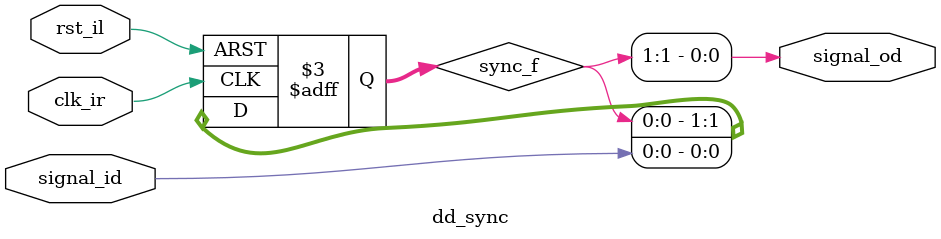
<source format=v>
/*
 --------------------------------------------------------------------------
   Synesthesia - Copyright (C) 2012 Gregory Matthew James.

   This file is part of Synesthesia.

   Synesthesia is free; you can redistribute it and/or modify
   it under the terms of the GNU General Public License as published by
   the Free Software Foundation; either version 3 of the License, or
   (at your option) any later version.

   Synesthesia is distributed in the hope that it will be useful,
   but WITHOUT ANY WARRANTY; without even the implied warranty of
   MERCHANTABILITY or FITNESS FOR A PARTICULAR PURPOSE. See the
   GNU General Public License for more details.

   You should have received a copy of the GNU General Public License
   along with this program. If not, see <http://www.gnu.org/licenses/>.
 --------------------------------------------------------------------------
*/

/*
 --------------------------------------------------------------------------
 -- Project Code      : synesthesia
 -- Module Name       : dd_sync
 -- Author            : mammenx
 -- Associated modules: 
 -- Function          : Basic 2xDFLOP synchronizer
 --------------------------------------------------------------------------
*/

/*
 --------------------------------------------------------------------------

 -- $Header$
 

 -- $Log$

 --------------------------------------------------------------------------
*/

`timescale 1ns / 10ps


module dd_sync
  (
    clk_ir,
    rst_il,

    signal_id,

    signal_od
  );

//----------------------- Global parameters Declarations ------------------
  parameter P_NO_SYNC_STAGES  = 2;

//----------------------- Input Declarations ------------------------------
  input                       clk_ir;
  input                       rst_il;

  input                       signal_id;


//----------------------- Output Declarations -----------------------------
  output                      signal_od;

//----------------------- Output Register Declaration ---------------------


//----------------------- Internal Register Declarations ------------------
  reg   [P_NO_SYNC_STAGES-1:0]  sync_f;

//----------------------- Internal Wire Declarations ----------------------



//----------------------- Start of Code -----------------------------------

  always@(posedge clk_ir, negedge rst_il)
  begin
    if(~rst_il)
    begin
      sync_f                  <=  {P_NO_SYNC_STAGES{1'b0}};
    end
    else
    begin
      sync_f                  <=  {sync_f[P_NO_SYNC_STAGES-2:0],signal_id};
    end
  end

  assign  signal_od           =   sync_f[P_NO_SYNC_STAGES-1];

endmodule // dd_sync

</source>
